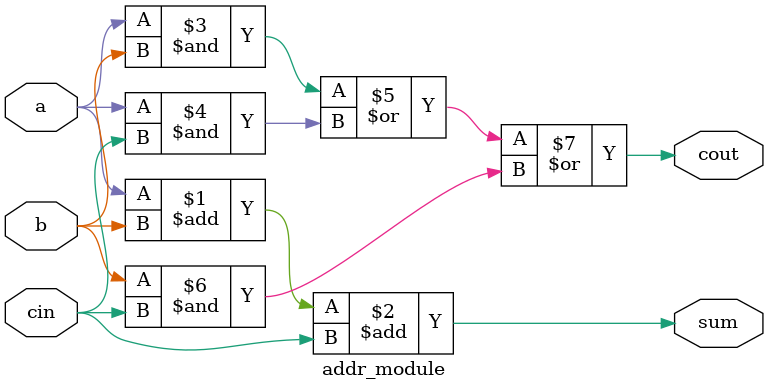
<source format=v>
module top_module( 
    input [99:0] a, b,
    input cin,
    output [99:0] cout,
    output [99:0] sum );
    
    addr_module inst0 (.a(a[0]), .b(b[0]), .cin(cin), .cout(cout[0]), .sum (sum[0]) );
  genvar x;
  generate
      for (x = 1; x <100; x++) begin : adding
          addr_module instn (.a (a[x]), .b(b[x]), .cin(cout[x-1]), .cout(cout[x]), .sum (sum[x]));   
      end
  endgenerate

endmodule
module addr_module( 
    input a, b, cin,
    output cout, sum );

    assign sum  = a + b + cin;
    assign cout = (a&b) | (a&cin) | (b&cin);
endmodule

</source>
